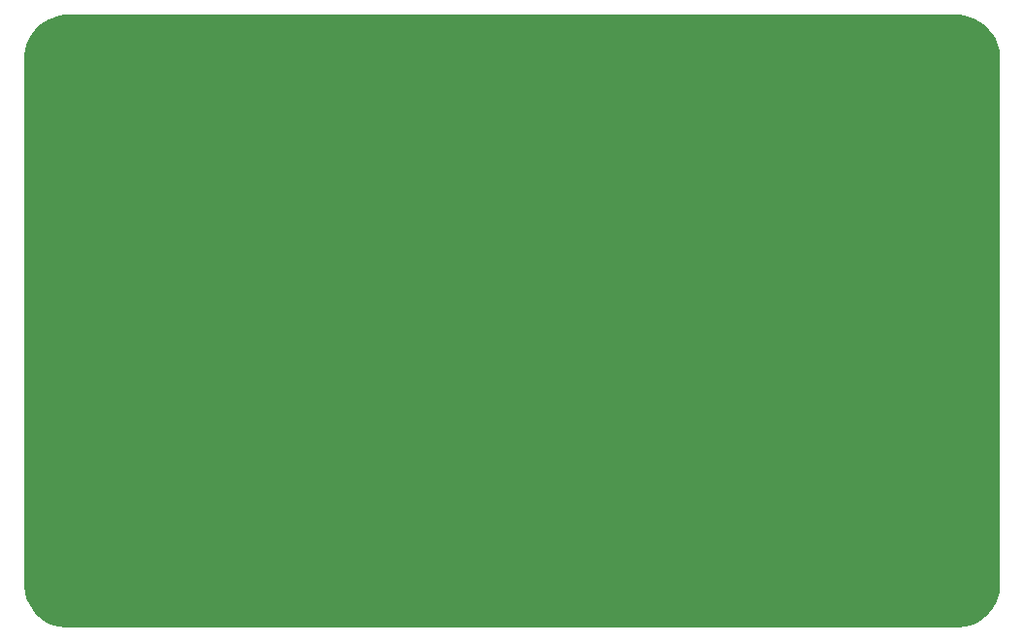
<source format=gtl>
G04*
G04 #@! TF.GenerationSoftware,Altium Limited,Altium Designer,24.7.2 (38)*
G04*
G04 Layer_Physical_Order=1*
G04 Layer_Color=255*
%FSLAX44Y44*%
%MOMM*%
G71*
G04*
G04 #@! TF.SameCoordinates,6DF0CBF5-DEE5-4F27-B30F-A21075B38201*
G04*
G04*
G04 #@! TF.FilePolarity,Positive*
G04*
G01*
G75*
G36*
X815995Y537761D02*
X818483D01*
X823417Y537111D01*
X828223Y535824D01*
X832821Y533919D01*
X837130Y531431D01*
X841078Y528402D01*
X844597Y524883D01*
X847626Y520935D01*
X850114Y516626D01*
X852019Y512028D01*
X853307Y507222D01*
X853956Y502286D01*
X853961Y499796D01*
X853961Y40000D01*
Y40000D01*
D01*
X853961Y37512D01*
X853311Y32578D01*
X852023Y27772D01*
X850119Y23174D01*
X847631Y18865D01*
X844602Y14917D01*
X841083Y11398D01*
X837135Y8369D01*
X832826Y5881D01*
X828228Y3977D01*
X823422Y2689D01*
X818488Y2039D01*
X816000D01*
X40000Y2039D01*
X37512D01*
X32578Y2689D01*
X27772Y3977D01*
X23174Y5881D01*
X18865Y8369D01*
X14917Y11398D01*
X11398Y14917D01*
X8369Y18865D01*
X5881Y23174D01*
X3977Y27771D01*
X2689Y32578D01*
X2039Y37512D01*
X2039Y40000D01*
D01*
X2039Y499800D01*
Y502288D01*
X2688Y507222D01*
X3976Y512028D01*
X5881Y516626D01*
X8369Y520935D01*
X11398Y524883D01*
X14917Y528402D01*
X18865Y531431D01*
X23174Y533919D01*
X27771Y535823D01*
X32578Y537111D01*
X37512Y537761D01*
X40000Y537761D01*
X815995Y537761D01*
D02*
G37*
M02*

</source>
